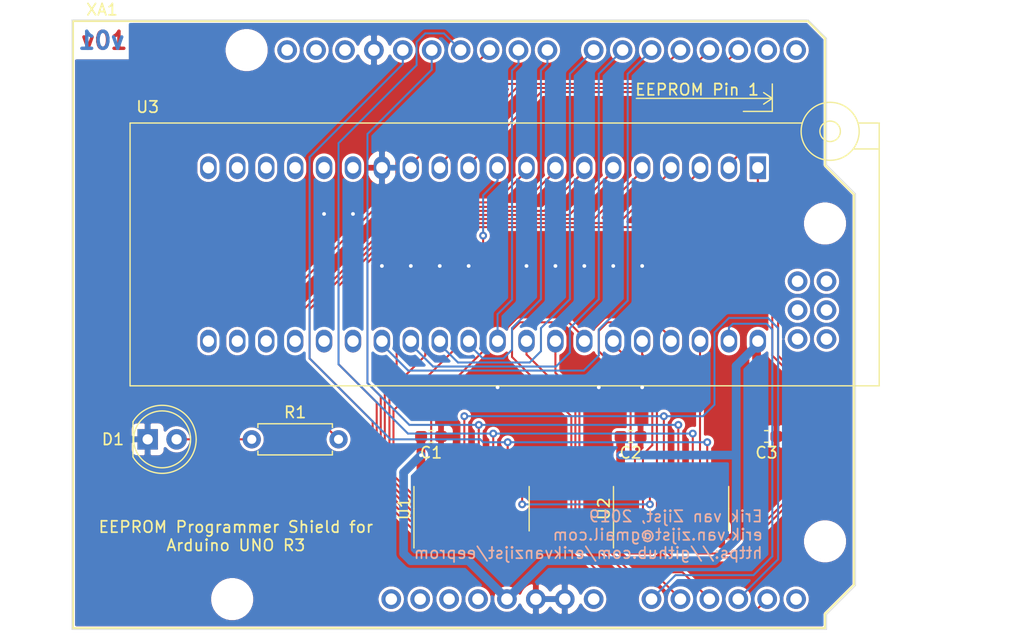
<source format=kicad_pcb>
(kicad_pcb (version 20171130) (host pcbnew "(5.1.2-1)-1")
  (layers (0 F.Cu signal) (31 B.Cu signal) (34 B.Paste user) (35 F.Paste user) (36 B.SilkS user) (37 F.SilkS user) (38 B.Mask user) (39 F.Mask user) (44 Edge.Cuts user))
  (net 0 "")
  (net 1 GND)
  (net 2 VCC)
  (net 3 "Net-(D1-Pad2)")
  (net 4 "Net-(U1-Pad1)")
  (net 5 "Net-(U1-Pad2)")
  (net 6 "Net-(U1-Pad3)")
  (net 7 "Net-(U1-Pad4)")
  (net 8 "Net-(U1-Pad5)")
  (net 9 "Net-(U1-Pad6)")
  (net 10 "Net-(U1-Pad7)")
  (net 11 "Net-(U1-Pad9)")
  (net 12 /~CLR)
  (net 13 /SCLK)
  (net 14 /RCLK)
  (net 15 /~OE)
  (net 16 /SER)
  (net 17 "Net-(U1-Pad15)")
  (net 18 "Net-(U2-Pad15)")
  (net 19 "Net-(U2-Pad9)")
  (net 20 "Net-(U2-Pad7)")
  (net 21 "Net-(U2-Pad6)")
  (net 22 "Net-(U2-Pad5)")
  (net 23 "Net-(U2-Pad4)")
  (net 24 "Net-(U2-Pad3)")
  (net 25 "Net-(U2-Pad2)")
  (net 26 "Net-(U2-Pad1)")
  (net 27 /~WE)
  (net 28 /~CE)
  (net 29 /IO7)
  (net 30 /IO0)
  (net 31 /IO6)
  (net 32 /IO1)
  (net 33 /IO5)
  (net 34 /IO2)
  (net 35 /IO4)
  (net 36 /IO3)
  (net 37 "Net-(U3-Pad15)")
  (net 38 "Net-(U3-Pad26)")
  (net 39 "Net-(U3-Pad16)")
  (net 40 "Net-(U3-Pad25)")
  (net 41 "Net-(U3-Pad17)")
  (net 42 "Net-(U3-Pad24)")
  (net 43 "Net-(U3-Pad18)")
  (net 44 "Net-(U3-Pad23)")
  (net 45 "Net-(U3-Pad19)")
  (net 46 "Net-(U3-Pad22)")
  (net 47 "Net-(U3-Pad20)")
  (net 48 "Net-(U3-Pad21)")
  (net 49 "Net-(XA1-PadRST2)")
  (net 50 "Net-(XA1-PadGND4)")
  (net 51 "Net-(XA1-PadMOSI)")
  (net 52 "Net-(XA1-PadSCK)")
  (net 53 "Net-(XA1-Pad5V2)")
  (net 54 "Net-(XA1-PadVIN)")
  (net 55 "Net-(XA1-Pad3V3)")
  (net 56 "Net-(XA1-PadRST1)")
  (net 57 "Net-(XA1-PadIORF)")
  (net 58 "Net-(XA1-PadD0)")
  (net 59 "Net-(XA1-PadD1)")
  (net 60 "Net-(XA1-PadSCL)")
  (net 61 "Net-(XA1-PadSDA)")
  (net 62 "Net-(XA1-PadAREF)")
  (net 63 "Net-(XA1-PadA5)")
  (net 64 "Net-(XA1-PadMISO)")
  (net 65 /~SOE)
  (net 66 /LED)
  (module Capacitor_SMD:C_0603_1608Metric_Pad1.05x0.95mm_HandSolder (layer F.Cu) (at 161.798 96.774 180)
    (fp_text reference C1 (at 0 -1.43) (layer F.SilkS))
    (fp_text value 100nF)
    (pad 1 smd roundrect (at -0.875 0 180) (size 1.05 0.95) (layers F.Cu F.Paste F.Mask) (net 1 GND))
    (pad 2 smd roundrect (at 0.875 0 180) (size 1.05 0.95) (layers F.Cu F.Paste F.Mask) (net 2 VCC))
  )
  (module Capacitor_SMD:C_0603_1608Metric_Pad1.05x0.95mm_HandSolder (layer F.Cu) (at 179.324 96.774 180)
    (fp_text reference C2 (at 0 -1.43) (layer F.SilkS))
    (fp_text value 100nF)
    (pad 1 smd roundrect (at -0.875 0 180) (size 1.05 0.95) (layers F.Cu F.Paste F.Mask) (net 1 GND))
    (pad 2 smd roundrect (at 0.875 0 180) (size 1.05 0.95) (layers F.Cu F.Paste F.Mask) (net 2 VCC))
  )
  (module Capacitor_SMD:C_0603_1608Metric_Pad1.05x0.95mm_HandSolder (layer F.Cu) (at 191.262 96.774 180)
    (fp_text reference C3 (at 0 -1.43) (layer F.SilkS))
    (fp_text value 100nF)
    (pad 2 smd roundrect (at 0.875 0 180) (size 1.05 0.95) (layers F.Cu F.Paste F.Mask) (net 2 VCC))
    (pad 1 smd roundrect (at -0.875 0 180) (size 1.05 0.95) (layers F.Cu F.Paste F.Mask) (net 1 GND))
  )
  (module LED_THT:LED_D5.0mm (layer F.Cu) (at 136.906 97.028)
    (fp_text reference D1 (at -3.048 0) (layer F.SilkS))
    (fp_text value Green)
    (pad 1 thru_hole rect (at 0 0) (size 1.8 1.8) (drill 0.9) (layers *.Cu *.Mask) (net 1 GND))
    (pad 2 thru_hole circle (at 2.54 0) (size 1.8 1.8) (drill 0.9) (layers *.Cu *.Mask) (net 3 "Net-(D1-Pad2)"))
  )
  (module Resistor_THT:R_Axial_DIN0207_L6.3mm_D2.5mm_P7.62mm_Horizontal (layer F.Cu) (at 146.05 97.028)
    (fp_text reference R1 (at 3.81 -2.37) (layer F.SilkS))
    (fp_text value 470R)
    (pad 1 thru_hole circle (at 0 0) (size 1.6 1.6) (drill 0.8) (layers *.Cu *.Mask) (net 3 "Net-(D1-Pad2)"))
    (pad 2 thru_hole oval (at 7.62 0) (size 1.6 1.6) (drill 0.8) (layers *.Cu *.Mask) (net 66 /LED))
  )
  (module Package_SO:SOIC-16_3.9x9.9mm_P1.27mm (layer F.Cu) (at 165.354 103.124 90)
    (fp_text reference U1 (at 0 -5.9 90) (layer F.SilkS))
    (fp_text value 74HC595)
    (pad 1 smd roundrect (at -2.475 -4.445 90) (size 1.95 0.6) (layers F.Cu F.Paste F.Mask) (net 4 "Net-(U1-Pad1)"))
    (pad 2 smd roundrect (at -2.475 -3.175 90) (size 1.95 0.6) (layers F.Cu F.Paste F.Mask) (net 5 "Net-(U1-Pad2)"))
    (pad 3 smd roundrect (at -2.475 -1.905 90) (size 1.95 0.6) (layers F.Cu F.Paste F.Mask) (net 6 "Net-(U1-Pad3)"))
    (pad 4 smd roundrect (at -2.475 -0.635 90) (size 1.95 0.6) (layers F.Cu F.Paste F.Mask) (net 7 "Net-(U1-Pad4)"))
    (pad 5 smd roundrect (at -2.475 0.635 90) (size 1.95 0.6) (layers F.Cu F.Paste F.Mask) (net 8 "Net-(U1-Pad5)"))
    (pad 6 smd roundrect (at -2.475 1.905 90) (size 1.95 0.6) (layers F.Cu F.Paste F.Mask) (net 9 "Net-(U1-Pad6)"))
    (pad 7 smd roundrect (at -2.475 3.175 90) (size 1.95 0.6) (layers F.Cu F.Paste F.Mask) (net 10 "Net-(U1-Pad7)"))
    (pad 8 smd roundrect (at -2.475 4.445 90) (size 1.95 0.6) (layers F.Cu F.Paste F.Mask) (net 1 GND))
    (pad 9 smd roundrect (at 2.475 4.445 90) (size 1.95 0.6) (layers F.Cu F.Paste F.Mask) (net 11 "Net-(U1-Pad9)"))
    (pad 10 smd roundrect (at 2.475 3.175 90) (size 1.95 0.6) (layers F.Cu F.Paste F.Mask) (net 12 /~CLR))
    (pad 11 smd roundrect (at 2.475 1.905 90) (size 1.95 0.6) (layers F.Cu F.Paste F.Mask) (net 13 /SCLK))
    (pad 12 smd roundrect (at 2.475 0.635 90) (size 1.95 0.6) (layers F.Cu F.Paste F.Mask) (net 14 /RCLK))
    (pad 13 smd roundrect (at 2.475 -0.635 90) (size 1.95 0.6) (layers F.Cu F.Paste F.Mask) (net 65 /~SOE))
    (pad 14 smd roundrect (at 2.475 -1.905 90) (size 1.95 0.6) (layers F.Cu F.Paste F.Mask) (net 16 /SER))
    (pad 15 smd roundrect (at 2.475 -3.175 90) (size 1.95 0.6) (layers F.Cu F.Paste F.Mask) (net 17 "Net-(U1-Pad15)"))
    (pad 16 smd roundrect (at 2.475 -4.445 90) (size 1.95 0.6) (layers F.Cu F.Paste F.Mask) (net 2 VCC))
  )
  (module Package_SO:SOIC-16_3.9x9.9mm_P1.27mm (layer F.Cu) (at 182.88 103.124 90)
    (fp_text reference U2 (at 0 -5.9 90) (layer F.SilkS))
    (fp_text value 74HC595)
    (pad 16 smd roundrect (at 2.475 -4.445 90) (size 1.95 0.6) (layers F.Cu F.Paste F.Mask) (net 2 VCC))
    (pad 15 smd roundrect (at 2.475 -3.175 90) (size 1.95 0.6) (layers F.Cu F.Paste F.Mask) (net 18 "Net-(U2-Pad15)"))
    (pad 14 smd roundrect (at 2.475 -1.905 90) (size 1.95 0.6) (layers F.Cu F.Paste F.Mask) (net 11 "Net-(U1-Pad9)"))
    (pad 13 smd roundrect (at 2.475 -0.635 90) (size 1.95 0.6) (layers F.Cu F.Paste F.Mask) (net 65 /~SOE))
    (pad 12 smd roundrect (at 2.475 0.635 90) (size 1.95 0.6) (layers F.Cu F.Paste F.Mask) (net 14 /RCLK))
    (pad 11 smd roundrect (at 2.475 1.905 90) (size 1.95 0.6) (layers F.Cu F.Paste F.Mask) (net 13 /SCLK))
    (pad 10 smd roundrect (at 2.475 3.175 90) (size 1.95 0.6) (layers F.Cu F.Paste F.Mask) (net 12 /~CLR))
    (pad 9 smd roundrect (at 2.475 4.445 90) (size 1.95 0.6) (layers F.Cu F.Paste F.Mask) (net 19 "Net-(U2-Pad9)"))
    (pad 8 smd roundrect (at -2.475 4.445 90) (size 1.95 0.6) (layers F.Cu F.Paste F.Mask) (net 1 GND))
    (pad 7 smd roundrect (at -2.475 3.175 90) (size 1.95 0.6) (layers F.Cu F.Paste F.Mask) (net 20 "Net-(U2-Pad7)"))
    (pad 6 smd roundrect (at -2.475 1.905 90) (size 1.95 0.6) (layers F.Cu F.Paste F.Mask) (net 21 "Net-(U2-Pad6)"))
    (pad 5 smd roundrect (at -2.475 0.635 90) (size 1.95 0.6) (layers F.Cu F.Paste F.Mask) (net 22 "Net-(U2-Pad5)"))
    (pad 4 smd roundrect (at -2.475 -0.635 90) (size 1.95 0.6) (layers F.Cu F.Paste F.Mask) (net 23 "Net-(U2-Pad4)"))
    (pad 3 smd roundrect (at -2.475 -1.905 90) (size 1.95 0.6) (layers F.Cu F.Paste F.Mask) (net 24 "Net-(U2-Pad3)"))
    (pad 2 smd roundrect (at -2.475 -3.175 90) (size 1.95 0.6) (layers F.Cu F.Paste F.Mask) (net 25 "Net-(U2-Pad2)"))
    (pad 1 smd roundrect (at -2.475 -4.445 90) (size 1.95 0.6) (layers F.Cu F.Paste F.Mask) (net 26 "Net-(U2-Pad1)"))
  )
  (module Socket:DIP_Socket-40_W11.9_W12.7_W15.24_W17.78_W18.5_3M_240-1280-00-0602J (layer F.Cu) (at 190.5 73.152 270)
    (fp_text reference U3 (at -5.334 53.594 180) (layer F.SilkS))
    (fp_text value AT28C256_40PIN_ZIF)
    (pad 1 thru_hole rect (at 0 0 270) (size 2 1.44) (drill 1) (layers *.Cu *.Mask) (net 21 "Net-(U2-Pad6)"))
    (pad 40 thru_hole oval (at 15.24 0 270) (size 2 1.44) (drill 1) (layers *.Cu *.Mask) (net 2 VCC))
    (pad 2 thru_hole oval (at 0 2.54 270) (size 2 1.44) (drill 1) (layers *.Cu *.Mask) (net 23 "Net-(U2-Pad4)"))
    (pad 39 thru_hole oval (at 15.24 2.54 270) (size 2 1.44) (drill 1) (layers *.Cu *.Mask) (net 27 /~WE))
    (pad 3 thru_hole oval (at 0 5.08 270) (size 2 1.44) (drill 1) (layers *.Cu *.Mask) (net 10 "Net-(U1-Pad7)"))
    (pad 38 thru_hole oval (at 15.24 5.08 270) (size 2 1.44) (drill 1) (layers *.Cu *.Mask) (net 22 "Net-(U2-Pad5)"))
    (pad 4 thru_hole oval (at 0 7.62 270) (size 2 1.44) (drill 1) (layers *.Cu *.Mask) (net 9 "Net-(U1-Pad6)"))
    (pad 37 thru_hole oval (at 15.24 7.62 270) (size 2 1.44) (drill 1) (layers *.Cu *.Mask) (net 18 "Net-(U2-Pad15)"))
    (pad 5 thru_hole oval (at 0 10.16 270) (size 2 1.44) (drill 1) (layers *.Cu *.Mask) (net 8 "Net-(U1-Pad5)"))
    (pad 36 thru_hole oval (at 15.24 10.16 270) (size 2 1.44) (drill 1) (layers *.Cu *.Mask) (net 26 "Net-(U2-Pad1)"))
    (pad 6 thru_hole oval (at 0 12.7 270) (size 2 1.44) (drill 1) (layers *.Cu *.Mask) (net 7 "Net-(U1-Pad4)"))
    (pad 35 thru_hole oval (at 15.24 12.7 270) (size 2 1.44) (drill 1) (layers *.Cu *.Mask) (net 24 "Net-(U2-Pad3)"))
    (pad 7 thru_hole oval (at 0 15.24 270) (size 2 1.44) (drill 1) (layers *.Cu *.Mask) (net 6 "Net-(U1-Pad3)"))
    (pad 34 thru_hole oval (at 15.24 15.24 270) (size 2 1.44) (drill 1) (layers *.Cu *.Mask) (net 15 /~OE))
    (pad 8 thru_hole oval (at 0 17.78 270) (size 2 1.44) (drill 1) (layers *.Cu *.Mask) (net 5 "Net-(U1-Pad2)"))
    (pad 33 thru_hole oval (at 15.24 17.78 270) (size 2 1.44) (drill 1) (layers *.Cu *.Mask) (net 25 "Net-(U2-Pad2)"))
    (pad 9 thru_hole oval (at 0 20.32 270) (size 2 1.44) (drill 1) (layers *.Cu *.Mask) (net 4 "Net-(U1-Pad1)"))
    (pad 32 thru_hole oval (at 15.24 20.32 270) (size 2 1.44) (drill 1) (layers *.Cu *.Mask) (net 28 /~CE))
    (pad 10 thru_hole oval (at 0 22.86 270) (size 2 1.44) (drill 1) (layers *.Cu *.Mask) (net 17 "Net-(U1-Pad15)"))
    (pad 31 thru_hole oval (at 15.24 22.86 270) (size 2 1.44) (drill 1) (layers *.Cu *.Mask) (net 29 /IO7))
    (pad 11 thru_hole oval (at 0 25.4 270) (size 2 1.44) (drill 1) (layers *.Cu *.Mask) (net 30 /IO0))
    (pad 30 thru_hole oval (at 15.24 25.4 270) (size 2 1.44) (drill 1) (layers *.Cu *.Mask) (net 31 /IO6))
    (pad 12 thru_hole oval (at 0 27.94 270) (size 2 1.44) (drill 1) (layers *.Cu *.Mask) (net 32 /IO1))
    (pad 29 thru_hole oval (at 15.24 27.94 270) (size 2 1.44) (drill 1) (layers *.Cu *.Mask) (net 33 /IO5))
    (pad 13 thru_hole oval (at 0 30.48 270) (size 2 1.44) (drill 1) (layers *.Cu *.Mask) (net 34 /IO2))
    (pad 28 thru_hole oval (at 15.24 30.48 270) (size 2 1.44) (drill 1) (layers *.Cu *.Mask) (net 35 /IO4))
    (pad 14 thru_hole oval (at 0 33.02 270) (size 2 1.44) (drill 1) (layers *.Cu *.Mask) (net 1 GND))
    (pad 27 thru_hole oval (at 15.24 33.02 270) (size 2 1.44) (drill 1) (layers *.Cu *.Mask) (net 36 /IO3))
    (pad 15 thru_hole oval (at 0 35.56 270) (size 2 1.44) (drill 1) (layers *.Cu *.Mask) (net 37 "Net-(U3-Pad15)"))
    (pad 26 thru_hole oval (at 15.24 35.56 270) (size 2 1.44) (drill 1) (layers *.Cu *.Mask) (net 38 "Net-(U3-Pad26)"))
    (pad 16 thru_hole oval (at 0 38.1 270) (size 2 1.44) (drill 1) (layers *.Cu *.Mask) (net 39 "Net-(U3-Pad16)"))
    (pad 25 thru_hole oval (at 15.24 38.1 270) (size 2 1.44) (drill 1) (layers *.Cu *.Mask) (net 40 "Net-(U3-Pad25)"))
    (pad 17 thru_hole oval (at 0 40.64 270) (size 2 1.44) (drill 1) (layers *.Cu *.Mask) (net 41 "Net-(U3-Pad17)"))
    (pad 24 thru_hole oval (at 15.24 40.64 270) (size 2 1.44) (drill 1) (layers *.Cu *.Mask) (net 42 "Net-(U3-Pad24)"))
    (pad 18 thru_hole oval (at 0 43.18 270) (size 2 1.44) (drill 1) (layers *.Cu *.Mask) (net 43 "Net-(U3-Pad18)"))
    (pad 23 thru_hole oval (at 15.24 43.18 270) (size 2 1.44) (drill 1) (layers *.Cu *.Mask) (net 44 "Net-(U3-Pad23)"))
    (pad 19 thru_hole oval (at 0 45.72 270) (size 2 1.44) (drill 1) (layers *.Cu *.Mask) (net 45 "Net-(U3-Pad19)"))
    (pad 22 thru_hole oval (at 15.24 45.72 270) (size 2 1.44) (drill 1) (layers *.Cu *.Mask) (net 46 "Net-(U3-Pad22)"))
    (pad 20 thru_hole oval (at 0 48.26 270) (size 2 1.44) (drill 1) (layers *.Cu *.Mask) (net 47 "Net-(U3-Pad20)"))
    (pad 21 thru_hole oval (at 15.24 48.26 270) (size 2 1.44) (drill 1) (layers *.Cu *.Mask) (net 48 "Net-(U3-Pad21)"))
  )
  (module Arduino:Arduino_Uno_Shield (layer F.Cu) (at 130.361001 113.613001)
    (fp_text reference XA1 (at 2.54 -54.356) (layer F.SilkS))
    (fp_text value Arduino_Uno_Shield)
    (pad RST2 thru_hole oval (at 63.627 -25.4) (size 1.7272 1.7272) (drill 1.016) (layers *.Cu *.Mask) (net 49 "Net-(XA1-PadRST2)"))
    (pad GND4 thru_hole oval (at 66.167 -25.4) (size 1.7272 1.7272) (drill 1.016) (layers *.Cu *.Mask) (net 50 "Net-(XA1-PadGND4)"))
    (pad MOSI thru_hole oval (at 66.167 -27.94) (size 1.7272 1.7272) (drill 1.016) (layers *.Cu *.Mask) (net 51 "Net-(XA1-PadMOSI)"))
    (pad SCK thru_hole oval (at 63.627 -27.94) (size 1.7272 1.7272) (drill 1.016) (layers *.Cu *.Mask) (net 52 "Net-(XA1-PadSCK)"))
    (pad 5V2 thru_hole oval (at 66.167 -30.48) (size 1.7272 1.7272) (drill 1.016) (layers *.Cu *.Mask) (net 53 "Net-(XA1-Pad5V2)"))
    (pad A0 thru_hole oval (at 50.8 -2.54) (size 1.7272 1.7272) (drill 1.016) (layers *.Cu *.Mask) (net 27 /~WE))
    (pad VIN thru_hole oval (at 45.72 -2.54) (size 1.7272 1.7272) (drill 1.016) (layers *.Cu *.Mask) (net 54 "Net-(XA1-PadVIN)"))
    (pad GND3 thru_hole oval (at 43.18 -2.54) (size 1.7272 1.7272) (drill 1.016) (layers *.Cu *.Mask) (net 1 GND))
    (pad GND2 thru_hole oval (at 40.64 -2.54) (size 1.7272 1.7272) (drill 1.016) (layers *.Cu *.Mask) (net 1 GND))
    (pad 5V1 thru_hole oval (at 38.1 -2.54) (size 1.7272 1.7272) (drill 1.016) (layers *.Cu *.Mask) (net 2 VCC))
    (pad 3V3 thru_hole oval (at 35.56 -2.54) (size 1.7272 1.7272) (drill 1.016) (layers *.Cu *.Mask) (net 55 "Net-(XA1-Pad3V3)"))
    (pad RST1 thru_hole oval (at 33.02 -2.54) (size 1.7272 1.7272) (drill 1.016) (layers *.Cu *.Mask) (net 56 "Net-(XA1-PadRST1)"))
    (pad IORF thru_hole oval (at 30.48 -2.54) (size 1.7272 1.7272) (drill 1.016) (layers *.Cu *.Mask) (net 57 "Net-(XA1-PadIORF)"))
    (pad D0 thru_hole oval (at 63.5 -50.8) (size 1.7272 1.7272) (drill 1.016) (layers *.Cu *.Mask) (net 58 "Net-(XA1-PadD0)"))
    (pad D1 thru_hole oval (at 60.96 -50.8) (size 1.7272 1.7272) (drill 1.016) (layers *.Cu *.Mask) (net 59 "Net-(XA1-PadD1)"))
    (pad D2 thru_hole oval (at 58.42 -50.8) (size 1.7272 1.7272) (drill 1.016) (layers *.Cu *.Mask) (net 30 /IO0))
    (pad D3 thru_hole oval (at 55.88 -50.8) (size 1.7272 1.7272) (drill 1.016) (layers *.Cu *.Mask) (net 32 /IO1))
    (pad D4 thru_hole oval (at 53.34 -50.8) (size 1.7272 1.7272) (drill 1.016) (layers *.Cu *.Mask) (net 34 /IO2))
    (pad D5 thru_hole oval (at 50.8 -50.8) (size 1.7272 1.7272) (drill 1.016) (layers *.Cu *.Mask) (net 36 /IO3))
    (pad D6 thru_hole oval (at 48.26 -50.8) (size 1.7272 1.7272) (drill 1.016) (layers *.Cu *.Mask) (net 35 /IO4))
    (pad D7 thru_hole oval (at 45.72 -50.8) (size 1.7272 1.7272) (drill 1.016) (layers *.Cu *.Mask) (net 33 /IO5))
    (pad GND1 thru_hole oval (at 26.416 -50.8) (size 1.7272 1.7272) (drill 1.016) (layers *.Cu *.Mask) (net 1 GND))
    (pad D8 thru_hole oval (at 41.656 -50.8) (size 1.7272 1.7272) (drill 1.016) (layers *.Cu *.Mask) (net 31 /IO6))
    (pad D9 thru_hole oval (at 39.116 -50.8) (size 1.7272 1.7272) (drill 1.016) (layers *.Cu *.Mask) (net 29 /IO7))
    (pad D10 thru_hole oval (at 36.576 -50.8) (size 1.7272 1.7272) (drill 1.016) (layers *.Cu *.Mask) (net 66 /LED))
    (pad "" np_thru_hole circle (at 66.04 -7.62) (size 3.2 3.2) (drill 3.2) (layers *.Cu *.Mask))
    (pad "" np_thru_hole circle (at 66.04 -35.56) (size 3.2 3.2) (drill 3.2) (layers *.Cu *.Mask))
    (pad "" np_thru_hole circle (at 15.24 -50.8) (size 3.2 3.2) (drill 3.2) (layers *.Cu *.Mask))
    (pad "" np_thru_hole circle (at 13.97 -2.54) (size 3.2 3.2) (drill 3.2) (layers *.Cu *.Mask))
    (pad SCL thru_hole oval (at 18.796 -50.8) (size 1.7272 1.7272) (drill 1.016) (layers *.Cu *.Mask) (net 60 "Net-(XA1-PadSCL)"))
    (pad SDA thru_hole oval (at 21.336 -50.8) (size 1.7272 1.7272) (drill 1.016) (layers *.Cu *.Mask) (net 61 "Net-(XA1-PadSDA)"))
    (pad AREF thru_hole oval (at 23.876 -50.8) (size 1.7272 1.7272) (drill 1.016) (layers *.Cu *.Mask) (net 62 "Net-(XA1-PadAREF)"))
    (pad D13 thru_hole oval (at 28.956 -50.8) (size 1.7272 1.7272) (drill 1.016) (layers *.Cu *.Mask) (net 12 /~CLR))
    (pad D12 thru_hole oval (at 31.496 -50.8) (size 1.7272 1.7272) (drill 1.016) (layers *.Cu *.Mask) (net 14 /RCLK))
    (pad D11 thru_hole oval (at 34.036 -50.8) (size 1.7272 1.7272) (drill 1.016) (layers *.Cu *.Mask) (net 13 /SCLK))
    (pad "" thru_hole oval (at 27.94 -2.54) (size 1.7272 1.7272) (drill 1.016) (layers *.Cu *.Mask))
    (pad A1 thru_hole oval (at 53.34 -2.54) (size 1.7272 1.7272) (drill 1.016) (layers *.Cu *.Mask) (net 15 /~OE))
    (pad A2 thru_hole oval (at 55.88 -2.54) (size 1.7272 1.7272) (drill 1.016) (layers *.Cu *.Mask) (net 28 /~CE))
    (pad A3 thru_hole oval (at 58.42 -2.54) (size 1.7272 1.7272) (drill 1.016) (layers *.Cu *.Mask) (net 65 /~SOE))
    (pad A4 thru_hole oval (at 60.96 -2.54) (size 1.7272 1.7272) (drill 1.016) (layers *.Cu *.Mask) (net 16 /SER))
    (pad A5 thru_hole oval (at 63.5 -2.54) (size 1.7272 1.7272) (drill 1.016) (layers *.Cu *.Mask) (net 63 "Net-(XA1-PadA5)"))
    (pad MISO thru_hole oval (at 63.627 -30.48) (size 1.7272 1.7272) (drill 1.016) (layers *.Cu *.Mask) (net 64 "Net-(XA1-PadMISO)"))
  )
  (gr_text "Erik van Zijst, 2019\nerik.van.zijst@gmail.com\nhttps://github.com/erikvanzijst/eeprom" (at 191.008 105.41) (layer B.SilkS) (effects (font (size 1 1)) (justify left mirror)))
  (gr_text "EEPROM Pin 1" (at 185.166 66.294) (layer F.SilkS) (effects (font (size 1 1))))
  (gr_line (start 191.77 67.056) (end 191.008 67.564) (layer F.SilkS) (width 0.12))
  (gr_line (start 191.77 67.056) (end 191.008 66.548) (layer F.SilkS) (width 0.12))
  (gr_line (start 191.77 67.056) (end 179.832 67.056) (layer F.SilkS) (width 0.12))
  (gr_line (start 191.77 65.786) (end 191.77 68.202) (layer F.SilkS) (width 0.12))
  (gr_text v01 (at 132.842 61.976) (layer B.Cu) (effects (font (size 1.5 1.5) (thickness 0.3)) (justify mirror)))
  (gr_text v01 (at 133.096 61.976) (layer F.Cu) (effects (font (size 1.5 1.5) (thickness 0.3))))
  (gr_text "EEPROM Programmer Shield for\nArduino UNO R3" (at 144.653 105.537) (layer F.SilkS) (effects (font (size 1 1))))
  (gr_line (start 130.2512 113.7412) (end 130.2512 60.1472) (layer Edge.Cuts) (width 0.05))
  (gr_line (start 196.5452 113.7412) (end 130.2512 113.7412) (layer Edge.Cuts) (width 0.05))
  (gr_line (start 196.5452 112.4204) (end 196.5452 113.7412) (layer Edge.Cuts) (width 0.05))
  (gr_line (start 199.0852 109.8804) (end 196.5452 112.4204) (layer Edge.Cuts) (width 0.05))
  (gr_line (start 199.0852 75.438) (end 199.0852 109.8804) (layer Edge.Cuts) (width 0.05))
  (gr_line (start 196.5452 72.898) (end 199.0852 75.438) (layer Edge.Cuts) (width 0.05))
  (gr_line (start 196.5452 61.7728) (end 196.5452 72.898) (layer Edge.Cuts) (width 0.05))
  (gr_line (start 194.9196 60.1472) (end 196.5452 61.7728) (layer Edge.Cuts) (width 0.05))
  (gr_line (start 130.2512 60.1472) (end 194.9196 60.1472) (layer Edge.Cuts) (width 0.05))
  (via (at 154.94 77.216) (size 0.6858) (drill 0.3302) (layers F.Cu B.Cu) (net 1))
  (via (at 152.4 77.216) (size 0.6858) (drill 0.3302) (layers F.Cu B.Cu) (net 1))
  (via (at 167.64 92.456) (size 0.6858) (drill 0.3302) (layers F.Cu B.Cu) (net 1))
  (via (at 170.18 81.788) (size 0.6858) (drill 0.3302) (layers F.Cu B.Cu) (net 1))
  (via (at 172.72 81.788) (size 0.6858) (drill 0.3302) (layers F.Cu B.Cu) (net 1))
  (via (at 175.26 81.788) (size 0.6858) (drill 0.3302) (layers F.Cu B.Cu) (net 1))
  (via (at 177.8 81.788) (size 0.6858) (drill 0.3302) (layers F.Cu B.Cu) (net 1))
  (via (at 180.34 81.788) (size 0.6858) (drill 0.3302) (layers F.Cu B.Cu) (net 1))
  (via (at 176.53 92.456) (size 0.6858) (drill 0.3302) (layers F.Cu B.Cu) (net 1))
  (via (at 180.34 92.456) (size 0.6858) (drill 0.3302) (layers F.Cu B.Cu) (net 1))
  (via (at 165.1 81.788) (size 0.6858) (drill 0.3302) (layers F.Cu B.Cu) (net 1))
  (via (at 162.56 81.788) (size 0.6858) (drill 0.3302) (layers F.Cu B.Cu) (net 1))
  (via (at 160.02 81.788) (size 0.6858) (drill 0.3302) (layers F.Cu B.Cu) (net 1))
  (via (at 157.48 81.788) (size 0.6858) (drill 0.3302) (layers F.Cu B.Cu) (net 1))
  (segment (start 190.5 89.034002) (end 190.5 88.392) (width 0.762) (layer B.Cu) (net 2))
  (segment (start 190.387 88.505) (end 190.5 88.392) (width 0.762) (layer F.Cu) (net 2))
  (segment (start 190.387 96.774) (end 190.387 88.505) (width 0.762) (layer F.Cu) (net 2))
  (segment (start 160.909 96.788) (end 160.923 96.774) (width 0.762) (layer F.Cu) (net 2))
  (segment (start 160.909 100.649) (end 160.909 98.425) (width 0.762) (layer F.Cu) (net 2))
  (segment (start 178.435 101.099002) (end 178.435 100.649) (width 0.762) (layer F.Cu) (net 2))
  (segment (start 178.449 100.635) (end 178.435 100.649) (width 0.762) (layer F.Cu) (net 2))
  (segment (start 178.449 96.774) (end 178.449 98.411) (width 0.762) (layer F.Cu) (net 2))
  (segment (start 160.909 98.425) (end 160.909 96.788) (width 0.762) (layer F.Cu) (net 2))
  (via (at 160.909 98.425) (size 0.6858) (drill 0.3302) (layers F.Cu B.Cu) (net 2))
  (segment (start 159.385 99.949) (end 160.909 98.425) (width 0.762) (layer B.Cu) (net 2))
  (segment (start 160.02 107.696) (end 159.385 107.061) (width 0.762) (layer B.Cu) (net 2))
  (segment (start 159.385 107.061) (end 159.385 99.949) (width 0.762) (layer B.Cu) (net 2))
  (segment (start 165.084 107.696) (end 160.02 107.696) (width 0.762) (layer B.Cu) (net 2))
  (segment (start 168.461001 111.073001) (end 165.084 107.696) (width 0.762) (layer B.Cu) (net 2))
  (segment (start 178.449 98.411) (end 178.449 100.635) (width 0.762) (layer F.Cu) (net 2))
  (via (at 178.449 98.411) (size 0.6858) (drill 0.3302) (layers F.Cu B.Cu) (net 2))
  (segment (start 178.933933 98.411) (end 178.449 98.411) (width 0.762) (layer B.Cu) (net 2))
  (segment (start 188.595 90.577) (end 188.595 98.411) (width 0.762) (layer B.Cu) (net 2))
  (segment (start 190.5 88.672) (end 188.595 90.577) (width 0.762) (layer B.Cu) (net 2))
  (segment (start 188.595 98.411) (end 178.933933 98.411) (width 0.762) (layer B.Cu) (net 2))
  (segment (start 190.5 88.392) (end 190.5 88.672) (width 0.762) (layer B.Cu) (net 2))
  (segment (start 188.595 105.791) (end 188.595 98.171) (width 0.762) (layer B.Cu) (net 2))
  (segment (start 186.69 107.696) (end 188.595 105.791) (width 0.762) (layer B.Cu) (net 2))
  (segment (start 171.838002 107.696) (end 186.69 107.696) (width 0.762) (layer B.Cu) (net 2))
  (segment (start 168.461001 111.073001) (end 171.838002 107.696) (width 0.762) (layer B.Cu) (net 2))
  (segment (start 140.718792 97.028) (end 146.05 97.028) (width 0.1778) (layer F.Cu) (net 3))
  (segment (start 139.446 97.028) (end 140.718792 97.028) (width 0.1778) (layer F.Cu) (net 3))
  (segment (start 170.18 73.432) (end 170.18 73.152) (width 0.1778) (layer F.Cu) (net 4))
  (segment (start 167.412 76.2) (end 170.18 73.432) (width 0.1778) (layer F.Cu) (net 4))
  (segment (start 160.02 76.2) (end 167.412 76.2) (width 0.1778) (layer F.Cu) (net 4))
  (segment (start 148.59 87.63) (end 160.02 76.2) (width 0.1778) (layer F.Cu) (net 4))
  (segment (start 148.59 89.535) (end 148.59 87.63) (width 0.1778) (layer F.Cu) (net 4))
  (segment (start 149.225 90.17) (end 148.59 89.535) (width 0.1778) (layer F.Cu) (net 4))
  (segment (start 150.368 90.17) (end 149.225 90.17) (width 0.1778) (layer F.Cu) (net 4))
  (segment (start 156.311556 96.113556) (end 150.368 90.17) (width 0.1778) (layer F.Cu) (net 4))
  (segment (start 156.311556 101.066556) (end 156.311556 96.113556) (width 0.1778) (layer F.Cu) (net 4))
  (segment (start 160.844 105.599) (end 156.311556 101.066556) (width 0.1778) (layer F.Cu) (net 4))
  (segment (start 160.909 105.599) (end 160.844 105.599) (width 0.1778) (layer F.Cu) (net 4))
  (segment (start 156.667167 100.893803) (end 156.667167 95.453167) (width 0.1778) (layer F.Cu) (net 5))
  (segment (start 161.845833 104.190833) (end 159.964197 104.190833) (width 0.1778) (layer F.Cu) (net 5))
  (segment (start 151.13 85.592908) (end 160.12891 76.593998) (width 0.1778) (layer F.Cu) (net 5))
  (segment (start 169.558002 76.593998) (end 172.72 73.432) (width 0.1778) (layer F.Cu) (net 5))
  (segment (start 162.179 105.599) (end 162.179 104.524) (width 0.1778) (layer F.Cu) (net 5))
  (segment (start 162.179 104.524) (end 161.845833 104.190833) (width 0.1778) (layer F.Cu) (net 5))
  (segment (start 156.667167 95.453167) (end 151.13 89.916) (width 0.1778) (layer F.Cu) (net 5))
  (segment (start 160.12891 76.593998) (end 169.558002 76.593998) (width 0.1778) (layer F.Cu) (net 5))
  (segment (start 159.964197 104.190833) (end 156.667167 100.893803) (width 0.1778) (layer F.Cu) (net 5))
  (segment (start 172.72 73.432) (end 172.72 73.152) (width 0.1778) (layer F.Cu) (net 5))
  (segment (start 151.13 89.916) (end 151.13 85.592908) (width 0.1778) (layer F.Cu) (net 5))
  (segment (start 153.67 83.555816) (end 160.276207 76.949609) (width 0.1778) (layer F.Cu) (net 6))
  (segment (start 163.449 104.524) (end 162.734833 103.809833) (width 0.1778) (layer F.Cu) (net 6))
  (segment (start 157.022778 100.746505) (end 157.022778 93.776778) (width 0.1778) (layer F.Cu) (net 6))
  (segment (start 160.276207 76.949609) (end 171.742391 76.949609) (width 0.1778) (layer F.Cu) (net 6))
  (segment (start 160.086106 103.809833) (end 157.022778 100.746505) (width 0.1778) (layer F.Cu) (net 6))
  (segment (start 163.449 105.599) (end 163.449 104.524) (width 0.1778) (layer F.Cu) (net 6))
  (segment (start 162.734833 103.809833) (end 160.086106 103.809833) (width 0.1778) (layer F.Cu) (net 6))
  (segment (start 157.022778 93.776778) (end 153.67 90.424) (width 0.1778) (layer F.Cu) (net 6))
  (segment (start 175.26 73.432) (end 175.26 73.152) (width 0.1778) (layer F.Cu) (net 6))
  (segment (start 153.67 90.424) (end 153.67 83.555816) (width 0.1778) (layer F.Cu) (net 6))
  (segment (start 171.742391 76.949609) (end 175.26 73.432) (width 0.1778) (layer F.Cu) (net 6))
  (segment (start 157.378389 93.243389) (end 156.21 92.075) (width 0.1778) (layer F.Cu) (net 7))
  (segment (start 160.423506 77.305218) (end 173.926782 77.305218) (width 0.1778) (layer F.Cu) (net 7))
  (segment (start 164.719 105.599) (end 164.719 104.524) (width 0.1778) (layer F.Cu) (net 7))
  (segment (start 157.378389 100.599207) (end 157.378389 93.243389) (width 0.1778) (layer F.Cu) (net 7))
  (segment (start 164.719 104.524) (end 163.649222 103.454222) (width 0.1778) (layer F.Cu) (net 7))
  (segment (start 163.649222 103.454222) (end 160.233404 103.454222) (width 0.1778) (layer F.Cu) (net 7))
  (segment (start 173.926782 77.305218) (end 177.8 73.432) (width 0.1778) (layer F.Cu) (net 7))
  (segment (start 160.233404 103.454222) (end 157.378389 100.599207) (width 0.1778) (layer F.Cu) (net 7))
  (segment (start 177.8 73.432) (end 177.8 73.152) (width 0.1778) (layer F.Cu) (net 7))
  (segment (start 156.21 92.075) (end 156.21 81.518724) (width 0.1778) (layer F.Cu) (net 7))
  (segment (start 156.21 81.518724) (end 160.423506 77.305218) (width 0.1778) (layer F.Cu) (net 7))
  (segment (start 176.111171 77.660829) (end 180.34 73.432) (width 0.1778) (layer F.Cu) (net 8))
  (segment (start 161.099171 77.660829) (end 176.111171 77.660829) (width 0.1778) (layer F.Cu) (net 8))
  (segment (start 158.775444 79.984556) (end 161.099171 77.660829) (width 0.1778) (layer F.Cu) (net 8))
  (segment (start 157.734 91.694) (end 158.775444 90.652556) (width 0.1778) (layer F.Cu) (net 8))
  (segment (start 164.563611 103.098611) (end 160.380702 103.098611) (width 0.1778) (layer F.Cu) (net 8))
  (segment (start 165.989 104.524) (end 164.563611 103.098611) (width 0.1778) (layer F.Cu) (net 8))
  (segment (start 158.775444 90.652556) (end 158.775444 79.984556) (width 0.1778) (layer F.Cu) (net 8))
  (segment (start 180.34 73.432) (end 180.34 73.152) (width 0.1778) (layer F.Cu) (net 8))
  (segment (start 165.989 105.599) (end 165.989 104.524) (width 0.1778) (layer F.Cu) (net 8))
  (segment (start 157.734 100.451909) (end 157.734 91.694) (width 0.1778) (layer F.Cu) (net 8))
  (segment (start 160.380702 103.098611) (end 157.734 100.451909) (width 0.1778) (layer F.Cu) (net 8))
  (segment (start 165.478 102.743) (end 160.543931 102.743) (width 0.1778) (layer F.Cu) (net 9))
  (segment (start 182.88 73.432) (end 182.88 73.152) (width 0.1778) (layer F.Cu) (net 9))
  (segment (start 161.29 79.375) (end 162.64856 78.01644) (width 0.1778) (layer F.Cu) (net 9))
  (segment (start 167.259 105.599) (end 167.259 104.524) (width 0.1778) (layer F.Cu) (net 9))
  (segment (start 158.140389 100.339458) (end 158.140389 92.811611) (width 0.1778) (layer F.Cu) (net 9))
  (segment (start 160.543931 102.743) (end 158.140389 100.339458) (width 0.1778) (layer F.Cu) (net 9))
  (segment (start 162.64856 78.01644) (end 178.295561 78.016439) (width 0.1778) (layer F.Cu) (net 9))
  (segment (start 167.259 104.524) (end 165.478 102.743) (width 0.1778) (layer F.Cu) (net 9))
  (segment (start 158.140389 92.811611) (end 161.29 89.662) (width 0.1778) (layer F.Cu) (net 9))
  (segment (start 161.29 89.662) (end 161.29 79.375) (width 0.1778) (layer F.Cu) (net 9))
  (segment (start 178.295561 78.016439) (end 182.88 73.432) (width 0.1778) (layer F.Cu) (net 9))
  (segment (start 158.496 100.19216) (end 158.496 94.488) (width 0.1778) (layer F.Cu) (net 10))
  (segment (start 163.83 79.502) (end 164.95995 78.37205) (width 0.1778) (layer F.Cu) (net 10))
  (segment (start 168.529 105.599) (end 168.529 104.524) (width 0.1778) (layer F.Cu) (net 10))
  (segment (start 164.95995 78.37205) (end 180.47995 78.37205) (width 0.1778) (layer F.Cu) (net 10))
  (segment (start 166.367 102.362) (end 160.66584 102.362) (width 0.1778) (layer F.Cu) (net 10))
  (segment (start 185.42 73.432) (end 185.42 73.152) (width 0.1778) (layer F.Cu) (net 10))
  (segment (start 160.66584 102.362) (end 158.496 100.19216) (width 0.1778) (layer F.Cu) (net 10))
  (segment (start 163.83 89.154) (end 163.83 79.502) (width 0.1778) (layer F.Cu) (net 10))
  (segment (start 168.529 104.524) (end 166.367 102.362) (width 0.1778) (layer F.Cu) (net 10))
  (segment (start 158.496 94.488) (end 163.83 89.154) (width 0.1778) (layer F.Cu) (net 10))
  (segment (start 180.47995 78.37205) (end 185.42 73.432) (width 0.1778) (layer F.Cu) (net 10))
  (via (at 169.799 102.743) (size 0.6858) (drill 0.3302) (layers F.Cu B.Cu) (net 11))
  (segment (start 169.799 100.649) (end 169.799 102.743) (width 0.1778) (layer F.Cu) (net 11))
  (via (at 181.01789 102.743) (size 0.6858) (drill 0.3302) (layers F.Cu B.Cu) (net 11))
  (segment (start 169.799 102.743) (end 181.01789 102.743) (width 0.1778) (layer B.Cu) (net 11))
  (segment (start 181.01789 100.69189) (end 180.975 100.649) (width 0.1778) (layer F.Cu) (net 11))
  (segment (start 181.01789 102.743) (end 181.01789 100.69189) (width 0.1778) (layer F.Cu) (net 11))
  (via (at 186.055 97.282) (size 0.6858) (drill 0.3302) (layers F.Cu B.Cu) (net 12))
  (segment (start 186.055 100.649) (end 186.055 97.282) (width 0.1778) (layer F.Cu) (net 12))
  (via (at 168.529 97.282) (size 0.6858) (drill 0.3302) (layers F.Cu B.Cu) (net 12))
  (segment (start 186.055 97.282) (end 168.529 97.282) (width 0.1778) (layer B.Cu) (net 12))
  (segment (start 168.529 97.766933) (end 168.529 100.649) (width 0.1778) (layer F.Cu) (net 12))
  (segment (start 168.529 97.282) (end 168.529 97.766933) (width 0.1778) (layer F.Cu) (net 12))
  (segment (start 159.317001 64.034315) (end 159.317001 62.813001) (width 0.1778) (layer B.Cu) (net 12))
  (segment (start 151.13 72.221316) (end 159.317001 64.034315) (width 0.1778) (layer B.Cu) (net 12))
  (segment (start 151.13 89.916) (end 151.13 72.221316) (width 0.1778) (layer B.Cu) (net 12))
  (segment (start 158.242 97.028) (end 151.13 89.916) (width 0.1778) (layer B.Cu) (net 12))
  (segment (start 166.116 97.028) (end 158.242 97.028) (width 0.1778) (layer B.Cu) (net 12))
  (segment (start 166.37 97.282) (end 166.116 97.028) (width 0.1778) (layer B.Cu) (net 12))
  (segment (start 168.529 97.282) (end 166.37 97.282) (width 0.1778) (layer B.Cu) (net 12))
  (via (at 184.785 96.52) (size 0.6858) (drill 0.3302) (layers F.Cu B.Cu) (net 13))
  (segment (start 184.785 100.649) (end 184.785 96.52) (width 0.1778) (layer F.Cu) (net 13))
  (via (at 167.259 96.52) (size 0.6858) (drill 0.3302) (layers F.Cu B.Cu) (net 13))
  (segment (start 184.785 96.52) (end 167.259 96.52) (width 0.1778) (layer B.Cu) (net 13))
  (segment (start 167.259 96.52) (end 167.259 100.649) (width 0.1778) (layer F.Cu) (net 13))
  (segment (start 161.29 61.341) (end 162.925 61.341) (width 0.1778) (layer B.Cu) (net 13))
  (segment (start 160.528 62.103) (end 161.29 61.341) (width 0.1778) (layer B.Cu) (net 13))
  (segment (start 153.67 70.993) (end 160.528 64.135) (width 0.1778) (layer B.Cu) (net 13))
  (segment (start 160.528 64.135) (end 160.528 62.103) (width 0.1778) (layer B.Cu) (net 13))
  (segment (start 153.67 90.424) (end 153.67 70.993) (width 0.1778) (layer B.Cu) (net 13))
  (segment (start 163.533402 61.949402) (end 164.397001 62.813001) (width 0.1778) (layer B.Cu) (net 13))
  (segment (start 159.766 96.52) (end 153.67 90.424) (width 0.1778) (layer B.Cu) (net 13))
  (segment (start 162.925 61.341) (end 163.533402 61.949402) (width 0.1778) (layer B.Cu) (net 13))
  (segment (start 167.259 96.52) (end 159.766 96.52) (width 0.1778) (layer B.Cu) (net 13))
  (via (at 183.515 95.758) (size 0.6858) (drill 0.3302) (layers F.Cu B.Cu) (net 14))
  (segment (start 183.515 100.649) (end 183.515 95.758) (width 0.1778) (layer F.Cu) (net 14))
  (via (at 165.989 95.758) (size 0.6858) (drill 0.3302) (layers F.Cu B.Cu) (net 14))
  (segment (start 183.515 95.758) (end 165.989 95.758) (width 0.1778) (layer B.Cu) (net 14))
  (segment (start 165.989 96.242933) (end 165.989 100.649) (width 0.1778) (layer F.Cu) (net 14))
  (segment (start 165.989 95.758) (end 165.989 96.242933) (width 0.1778) (layer F.Cu) (net 14))
  (segment (start 161.857001 64.540199) (end 161.857001 62.813001) (width 0.1778) (layer B.Cu) (net 14))
  (segment (start 156.21 92.075) (end 156.21 70.1872) (width 0.1778) (layer B.Cu) (net 14))
  (segment (start 159.893 95.758) (end 156.21 92.075) (width 0.1778) (layer B.Cu) (net 14))
  (segment (start 156.21 70.1872) (end 161.857001 64.540199) (width 0.1778) (layer B.Cu) (net 14))
  (segment (start 165.989 95.758) (end 159.893 95.758) (width 0.1778) (layer B.Cu) (net 14))
  (segment (start 182.837402 110.209402) (end 183.701001 111.073001) (width 0.1778) (layer F.Cu) (net 15))
  (segment (start 181.695611 109.067611) (end 182.837402 110.209402) (width 0.1778) (layer F.Cu) (net 15))
  (segment (start 179.176702 109.067611) (end 181.695611 109.067611) (width 0.1778) (layer F.Cu) (net 15))
  (segment (start 168.91 89.789) (end 174.117 94.996) (width 0.1778) (layer F.Cu) (net 15))
  (segment (start 175.26 88.112) (end 173.889 86.741) (width 0.1778) (layer F.Cu) (net 15))
  (segment (start 174.117 94.996) (end 174.117 104.007909) (width 0.1778) (layer F.Cu) (net 15))
  (segment (start 175.26 88.392) (end 175.26 88.112) (width 0.1778) (layer F.Cu) (net 15))
  (segment (start 169.589002 86.741) (end 168.91 87.420002) (width 0.1778) (layer F.Cu) (net 15))
  (segment (start 173.889 86.741) (end 169.589002 86.741) (width 0.1778) (layer F.Cu) (net 15))
  (segment (start 168.91 87.420002) (end 168.91 89.789) (width 0.1778) (layer F.Cu) (net 15))
  (segment (start 174.117 104.007909) (end 179.176702 109.067611) (width 0.1778) (layer F.Cu) (net 15))
  (segment (start 180.594 112.776) (end 189.618002 112.776) (width 0.1778) (layer F.Cu) (net 16))
  (segment (start 167.28439 102.00639) (end 169.164 103.886) (width 0.1778) (layer F.Cu) (net 16))
  (segment (start 171.704 103.886) (end 180.594 112.776) (width 0.1778) (layer F.Cu) (net 16))
  (segment (start 163.73139 102.00639) (end 167.28439 102.00639) (width 0.1778) (layer F.Cu) (net 16))
  (segment (start 163.449 101.724) (end 163.73139 102.00639) (width 0.1778) (layer F.Cu) (net 16))
  (segment (start 169.164 103.886) (end 171.704 103.886) (width 0.1778) (layer F.Cu) (net 16))
  (segment (start 190.457402 111.9366) (end 191.321001 111.073001) (width 0.1778) (layer F.Cu) (net 16))
  (segment (start 189.618002 112.776) (end 190.457402 111.9366) (width 0.1778) (layer F.Cu) (net 16))
  (segment (start 163.449 100.649) (end 163.449 101.724) (width 0.1778) (layer F.Cu) (net 16))
  (segment (start 167.64 74.295) (end 167.64 73.152) (width 0.1778) (layer B.Cu) (net 17))
  (segment (start 166.37 75.565) (end 167.64 74.295) (width 0.1778) (layer B.Cu) (net 17))
  (segment (start 166.37 79.121) (end 166.37 75.565) (width 0.1778) (layer B.Cu) (net 17))
  (via (at 166.37 79.121) (size 0.6858) (drill 0.3302) (layers F.Cu B.Cu) (net 17))
  (segment (start 162.179 99.441) (end 162.179 100.649) (width 0.1778) (layer F.Cu) (net 17))
  (segment (start 161.80829 99.07029) (end 162.179 99.441) (width 0.1778) (layer F.Cu) (net 17))
  (segment (start 161.80829 93.84271) (end 161.80829 99.07029) (width 0.1778) (layer F.Cu) (net 17))
  (segment (start 166.37 89.281) (end 161.80829 93.84271) (width 0.1778) (layer F.Cu) (net 17))
  (segment (start 166.37 79.121) (end 166.37 89.281) (width 0.1778) (layer F.Cu) (net 17))
  (segment (start 182.88 88.112) (end 182.88 88.392) (width 0.1778) (layer F.Cu) (net 18))
  (segment (start 177.292 86.741) (end 181.509 86.741) (width 0.1778) (layer F.Cu) (net 18))
  (segment (start 176.53 87.503) (end 177.292 86.741) (width 0.1778) (layer F.Cu) (net 18))
  (segment (start 179.324 92.075) (end 176.53 89.281) (width 0.1778) (layer F.Cu) (net 18))
  (segment (start 179.324 98.035031) (end 179.324 92.075) (width 0.1778) (layer F.Cu) (net 18))
  (segment (start 176.53 89.281) (end 176.53 87.503) (width 0.1778) (layer F.Cu) (net 18))
  (segment (start 179.705 98.416031) (end 179.324 98.035031) (width 0.1778) (layer F.Cu) (net 18))
  (segment (start 181.509 86.741) (end 182.88 88.112) (width 0.1778) (layer F.Cu) (net 18))
  (segment (start 179.705 100.649) (end 179.705 98.416031) (width 0.1778) (layer F.Cu) (net 18))
  (segment (start 193.929 91.821) (end 191.77 89.662) (width 0.1778) (layer F.Cu) (net 21))
  (segment (start 191.77 89.662) (end 191.77 75.692) (width 0.1778) (layer F.Cu) (net 21))
  (segment (start 193.929 101.473) (end 193.929 91.821) (width 0.1778) (layer F.Cu) (net 21))
  (segment (start 188.341 107.061) (end 193.929 101.473) (width 0.1778) (layer F.Cu) (net 21))
  (segment (start 190.5 74.3298) (end 190.5 73.152) (width 0.1778) (layer F.Cu) (net 21))
  (segment (start 190.5 74.422) (end 190.5 74.3298) (width 0.1778) (layer F.Cu) (net 21))
  (segment (start 191.77 75.692) (end 190.5 74.422) (width 0.1778) (layer F.Cu) (net 21))
  (segment (start 185.293 107.061) (end 188.341 107.061) (width 0.1778) (layer F.Cu) (net 21))
  (segment (start 184.785 106.553) (end 185.293 107.061) (width 0.1778) (layer F.Cu) (net 21))
  (segment (start 184.785 105.599) (end 184.785 106.553) (width 0.1778) (layer F.Cu) (net 21))
  (segment (start 183.515 104.0765) (end 183.515 105.599) (width 0.1778) (layer F.Cu) (net 22))
  (segment (start 185.42 102.1715) (end 183.515 104.0765) (width 0.1778) (layer F.Cu) (net 22))
  (segment (start 185.42 88.392) (end 185.42 102.1715) (width 0.1778) (layer F.Cu) (net 22))
  (segment (start 188.49339 107.41661) (end 182.98761 107.41661) (width 0.1778) (layer F.Cu) (net 23))
  (segment (start 182.98761 107.41661) (end 182.245 106.674) (width 0.1778) (layer F.Cu) (net 23))
  (segment (start 192.278 89.667092) (end 194.31 91.699092) (width 0.1778) (layer F.Cu) (net 23))
  (segment (start 182.245 106.674) (end 182.245 105.599) (width 0.1778) (layer F.Cu) (net 23))
  (segment (start 189.331 71.501) (end 191.897 71.501) (width 0.1778) (layer F.Cu) (net 23))
  (segment (start 194.31 101.6) (end 188.49339 107.41661) (width 0.1778) (layer F.Cu) (net 23))
  (segment (start 194.31 91.699092) (end 194.31 101.6) (width 0.1778) (layer F.Cu) (net 23))
  (segment (start 192.278 71.882) (end 192.278 89.667092) (width 0.1778) (layer F.Cu) (net 23))
  (segment (start 187.96 72.872) (end 189.331 71.501) (width 0.1778) (layer F.Cu) (net 23))
  (segment (start 191.897 71.501) (end 192.278 71.882) (width 0.1778) (layer F.Cu) (net 23))
  (segment (start 187.96 73.152) (end 187.96 72.872) (width 0.1778) (layer F.Cu) (net 23))
  (segment (start 181.229 92.101) (end 177.8 88.672) (width 0.1778) (layer F.Cu) (net 24))
  (segment (start 181.229 97.536) (end 181.229 92.101) (width 0.1778) (layer F.Cu) (net 24))
  (segment (start 177.8 88.672) (end 177.8 88.392) (width 0.1778) (layer F.Cu) (net 24))
  (segment (start 180.40829 98.35671) (end 181.229 97.536) (width 0.1778) (layer F.Cu) (net 24))
  (segment (start 180.975 105.599) (end 180.975 104.521) (width 0.1778) (layer F.Cu) (net 24))
  (segment (start 180.40829 103.95429) (end 180.40829 98.35671) (width 0.1778) (layer F.Cu) (net 24))
  (segment (start 180.975 104.521) (end 180.40829 103.95429) (width 0.1778) (layer F.Cu) (net 24))
  (segment (start 179.705 104.524) (end 179.194 104.013) (width 0.1778) (layer F.Cu) (net 25))
  (segment (start 179.194 104.013) (end 175.133 104.013) (width 0.1778) (layer F.Cu) (net 25))
  (segment (start 174.828222 103.708222) (end 174.828222 93.294222) (width 0.1778) (layer F.Cu) (net 25))
  (segment (start 179.705 105.599) (end 179.705 104.524) (width 0.1778) (layer F.Cu) (net 25))
  (segment (start 172.72 91.186) (end 172.72 89.5698) (width 0.1778) (layer F.Cu) (net 25))
  (segment (start 174.828222 93.294222) (end 172.72 91.186) (width 0.1778) (layer F.Cu) (net 25))
  (segment (start 175.133 104.013) (end 174.828222 103.708222) (width 0.1778) (layer F.Cu) (net 25))
  (segment (start 172.72 89.5698) (end 172.72 88.392) (width 0.1778) (layer F.Cu) (net 25))
  (segment (start 180.34 89.5698) (end 180.34 88.392) (width 0.1778) (layer F.Cu) (net 26))
  (segment (start 181.635399 90.865199) (end 180.34 89.5698) (width 0.1778) (layer F.Cu) (net 26))
  (segment (start 181.635399 106.654601) (end 181.635399 90.865199) (width 0.1778) (layer F.Cu) (net 26))
  (segment (start 181.229 107.061) (end 181.635399 106.654601) (width 0.1778) (layer F.Cu) (net 26))
  (segment (start 179.197 107.061) (end 181.229 107.061) (width 0.1778) (layer F.Cu) (net 26))
  (segment (start 178.435 106.299) (end 179.197 107.061) (width 0.1778) (layer F.Cu) (net 26))
  (segment (start 178.435 105.599) (end 178.435 106.299) (width 0.1778) (layer F.Cu) (net 26))
  (segment (start 182.0246 110.209402) (end 181.161001 111.073001) (width 0.1778) (layer B.Cu) (net 27))
  (segment (start 183.268002 108.966) (end 182.0246 110.209402) (width 0.1778) (layer B.Cu) (net 27))
  (segment (start 190.119 108.966) (end 183.268002 108.966) (width 0.1778) (layer B.Cu) (net 27))
  (segment (start 191.77 87.376) (end 191.77 107.315) (width 0.1778) (layer B.Cu) (net 27))
  (segment (start 191.77 107.315) (end 190.119 108.966) (width 0.1778) (layer B.Cu) (net 27))
  (segment (start 191.262 86.868) (end 191.77 87.376) (width 0.1778) (layer B.Cu) (net 27))
  (segment (start 188.3062 86.868) (end 191.262 86.868) (width 0.1778) (layer B.Cu) (net 27))
  (segment (start 187.96 87.2142) (end 188.3062 86.868) (width 0.1778) (layer B.Cu) (net 27))
  (segment (start 187.96 88.392) (end 187.96 87.2142) (width 0.1778) (layer B.Cu) (net 27))
  (segment (start 183.88 108.712) (end 185.377402 110.209402) (width 0.1778) (layer F.Cu) (net 28))
  (segment (start 179.324 108.712) (end 183.88 108.712) (width 0.1778) (layer F.Cu) (net 28))
  (segment (start 170.18 88.392) (end 170.18 89.5698) (width 0.1778) (layer F.Cu) (net 28))
  (segment (start 174.472611 93.862411) (end 174.472611 103.860611) (width 0.1778) (layer F.Cu) (net 28))
  (segment (start 185.377402 110.209402) (end 186.241001 111.073001) (width 0.1778) (layer F.Cu) (net 28))
  (segment (start 170.18 89.5698) (end 174.472611 93.862411) (width 0.1778) (layer F.Cu) (net 28))
  (segment (start 174.472611 103.860611) (end 179.324 108.712) (width 0.1778) (layer F.Cu) (net 28))
  (segment (start 169.477001 64.034315) (end 169.477001 62.813001) (width 0.1778) (layer B.Cu) (net 29))
  (segment (start 168.91 64.601316) (end 169.477001 64.034315) (width 0.1778) (layer B.Cu) (net 29))
  (segment (start 168.91 84.7551) (end 168.91 64.601316) (width 0.1778) (layer B.Cu) (net 29))
  (segment (start 167.64 86.0251) (end 168.91 84.7551) (width 0.1778) (layer B.Cu) (net 29))
  (segment (start 167.64 88.392) (end 167.64 86.0251) (width 0.1778) (layer B.Cu) (net 29))
  (segment (start 187.917402 63.6766) (end 188.781001 62.813001) (width 0.1778) (layer F.Cu) (net 30))
  (segment (start 185.096782 66.49722) (end 187.917402 63.6766) (width 0.1778) (layer F.Cu) (net 30))
  (segment (start 171.47478 66.49722) (end 185.096782 66.49722) (width 0.1778) (layer F.Cu) (net 30))
  (segment (start 165.1 72.872) (end 171.47478 66.49722) (width 0.1778) (layer F.Cu) (net 30))
  (segment (start 165.1 73.152) (end 165.1 72.872) (width 0.1778) (layer F.Cu) (net 30))
  (segment (start 171.45 64.601316) (end 172.017001 64.034315) (width 0.1778) (layer B.Cu) (net 31))
  (segment (start 172.017001 64.034315) (end 172.017001 62.813001) (width 0.1778) (layer B.Cu) (net 31))
  (segment (start 171.45 84.709) (end 171.45 64.601316) (width 0.1778) (layer B.Cu) (net 31))
  (segment (start 168.91 87.249) (end 171.45 84.709) (width 0.1778) (layer B.Cu) (net 31))
  (segment (start 168.91 89.154) (end 168.91 87.249) (width 0.1778) (layer B.Cu) (net 31))
  (segment (start 165.1 88.392) (end 165.1 88.672) (width 0.1778) (layer B.Cu) (net 31))
  (segment (start 168.148 89.916) (end 168.91 89.154) (width 0.1778) (layer B.Cu) (net 31))
  (segment (start 166.344 89.916) (end 168.148 89.916) (width 0.1778) (layer B.Cu) (net 31))
  (segment (start 165.1 88.672) (end 166.344 89.916) (width 0.1778) (layer B.Cu) (net 31))
  (segment (start 185.377402 63.6766) (end 186.241001 62.813001) (width 0.1778) (layer F.Cu) (net 32))
  (segment (start 169.29039 66.14161) (end 182.912392 66.14161) (width 0.1778) (layer F.Cu) (net 32))
  (segment (start 182.912392 66.14161) (end 185.377402 63.6766) (width 0.1778) (layer F.Cu) (net 32))
  (segment (start 162.56 72.872) (end 169.29039 66.14161) (width 0.1778) (layer F.Cu) (net 32))
  (segment (start 162.56 73.152) (end 162.56 72.872) (width 0.1778) (layer F.Cu) (net 32))
  (segment (start 173.99 64.904002) (end 176.081001 62.813001) (width 0.1778) (layer B.Cu) (net 33))
  (segment (start 173.99 84.709) (end 173.99 64.904002) (width 0.1778) (layer B.Cu) (net 33))
  (segment (start 171.45 87.249) (end 173.99 84.709) (width 0.1778) (layer B.Cu) (net 33))
  (segment (start 170.45939 90.27161) (end 171.45 89.281) (width 0.1778) (layer B.Cu) (net 33))
  (segment (start 164.15961 90.27161) (end 170.45939 90.27161) (width 0.1778) (layer B.Cu) (net 33))
  (segment (start 162.56 88.672) (end 164.15961 90.27161) (width 0.1778) (layer B.Cu) (net 33))
  (segment (start 171.45 89.281) (end 171.45 87.249) (width 0.1778) (layer B.Cu) (net 33))
  (segment (start 162.56 88.392) (end 162.56 88.672) (width 0.1778) (layer B.Cu) (net 33))
  (segment (start 182.837402 63.6766) (end 183.701001 62.813001) (width 0.1778) (layer F.Cu) (net 34))
  (segment (start 160.02 72.872) (end 167.106 65.786) (width 0.1778) (layer F.Cu) (net 34))
  (segment (start 180.728002 65.786) (end 182.837402 63.6766) (width 0.1778) (layer F.Cu) (net 34))
  (segment (start 167.106 65.786) (end 180.728002 65.786) (width 0.1778) (layer F.Cu) (net 34))
  (segment (start 160.02 73.152) (end 160.02 72.872) (width 0.1778) (layer F.Cu) (net 34))
  (segment (start 176.53 64.904002) (end 177.757402 63.6766) (width 0.1778) (layer B.Cu) (net 35))
  (segment (start 176.53 84.709) (end 176.53 64.904002) (width 0.1778) (layer B.Cu) (net 35))
  (segment (start 173.99 89.408) (end 173.99 87.249) (width 0.1778) (layer B.Cu) (net 35))
  (segment (start 173.99 87.249) (end 176.53 84.709) (width 0.1778) (layer B.Cu) (net 35))
  (segment (start 160.02 88.392) (end 160.02 88.672) (width 0.1778) (layer B.Cu) (net 35))
  (segment (start 172.77078 90.62722) (end 173.99 89.408) (width 0.1778) (layer B.Cu) (net 35))
  (segment (start 177.757402 63.6766) (end 178.621001 62.813001) (width 0.1778) (layer B.Cu) (net 35))
  (segment (start 161.97522 90.62722) (end 172.77078 90.62722) (width 0.1778) (layer B.Cu) (net 35))
  (segment (start 160.02 88.672) (end 161.97522 90.62722) (width 0.1778) (layer B.Cu) (net 35))
  (segment (start 180.297402 63.6766) (end 181.161001 62.813001) (width 0.1778) (layer B.Cu) (net 36))
  (segment (start 176.53 87.373454) (end 179.07 84.833454) (width 0.1778) (layer B.Cu) (net 36))
  (segment (start 176.53 89.662) (end 176.53 87.373454) (width 0.1778) (layer B.Cu) (net 36))
  (segment (start 179.07 84.833454) (end 179.07 64.904002) (width 0.1778) (layer B.Cu) (net 36))
  (segment (start 157.48 88.672) (end 159.790829 90.982829) (width 0.1778) (layer B.Cu) (net 36))
  (segment (start 179.07 64.904002) (end 180.297402 63.6766) (width 0.1778) (layer B.Cu) (net 36))
  (segment (start 175.209171 90.982829) (end 176.53 89.662) (width 0.1778) (layer B.Cu) (net 36))
  (segment (start 159.790829 90.982829) (end 175.209171 90.982829) (width 0.1778) (layer B.Cu) (net 36))
  (segment (start 157.48 88.392) (end 157.48 88.672) (width 0.1778) (layer B.Cu) (net 36))
  (via (at 182.245 94.996) (size 0.6858) (drill 0.3302) (layers F.Cu B.Cu) (net 65))
  (segment (start 182.245 100.649) (end 182.245 94.996) (width 0.1778) (layer F.Cu) (net 65))
  (via (at 164.719 94.996) (size 0.6858) (drill 0.3302) (layers F.Cu B.Cu) (net 65))
  (segment (start 182.245 94.996) (end 164.719 94.996) (width 0.1778) (layer B.Cu) (net 65))
  (segment (start 164.719 94.996) (end 164.719 100.649) (width 0.1778) (layer F.Cu) (net 65))
  (segment (start 189.6446 110.209402) (end 188.781001 111.073001) (width 0.1778) (layer B.Cu) (net 65))
  (segment (start 192.278 107.576002) (end 189.6446 110.209402) (width 0.1778) (layer B.Cu) (net 65))
  (segment (start 192.278 87.251546) (end 192.278 107.576002) (width 0.1778) (layer B.Cu) (net 65))
  (segment (start 191.386454 86.36) (end 192.278 87.251546) (width 0.1778) (layer B.Cu) (net 65))
  (segment (start 187.96 86.36) (end 191.386454 86.36) (width 0.1778) (layer B.Cu) (net 65))
  (segment (start 186.69 87.63) (end 187.96 86.36) (width 0.1778) (layer B.Cu) (net 65))
  (segment (start 186.69 93.98) (end 186.69 87.63) (width 0.1778) (layer B.Cu) (net 65))
  (segment (start 185.674 94.996) (end 186.69 93.98) (width 0.1778) (layer B.Cu) (net 65))
  (segment (start 182.245 94.996) (end 185.674 94.996) (width 0.1778) (layer B.Cu) (net 65))
  (segment (start 152.870001 96.228001) (end 153.67 97.028) (width 0.1778) (layer F.Cu) (net 66))
  (segment (start 146.05 89.408) (end 152.870001 96.228001) (width 0.1778) (layer F.Cu) (net 66))
  (segment (start 146.05 87.554291) (end 146.05 89.408) (width 0.1778) (layer F.Cu) (net 66))
  (segment (start 158.75 74.854291) (end 146.05 87.554291) (width 0.1778) (layer F.Cu) (net 66))
  (segment (start 158.75 71.000002) (end 158.75 74.854291) (width 0.1778) (layer F.Cu) (net 66))
  (segment (start 166.937001 62.813001) (end 158.75 71.000002) (width 0.1778) (layer F.Cu) (net 66))
  (zone (net 1) (net_name GND) (layer F.Cu) (connect_pads (clearance 0.254)) (min_thickness 0.254) (fill yes (arc_segments 32) (thermal_gap 0.508) (thermal_bridge_width 0.508))
    (polygon (pts (xy 130.048 59.944) (xy 195.072 59.944) (xy 196.85 61.722) (xy 196.85 72.898) (xy 199.39 75.438) (xy 199.39 109.728) (xy 196.85 112.268) (xy 196.85 114.046) (xy 130.048 114.046)))
  )
  (zone (net 1) (net_name GND) (layer B.Cu) (connect_pads (clearance 0.254)) (min_thickness 0.254) (fill yes (arc_segments 32) (thermal_gap 0.508) (thermal_bridge_width 0.508))
    (polygon (pts (xy 130.048 114.046) (xy 130.048 59.944) (xy 195.072 59.944) (xy 196.85 61.722) (xy 196.85 72.898) (xy 199.39 75.438) (xy 199.39 109.728) (xy 196.85 112.268) (xy 196.85 114.046)))
  )
)
</source>
